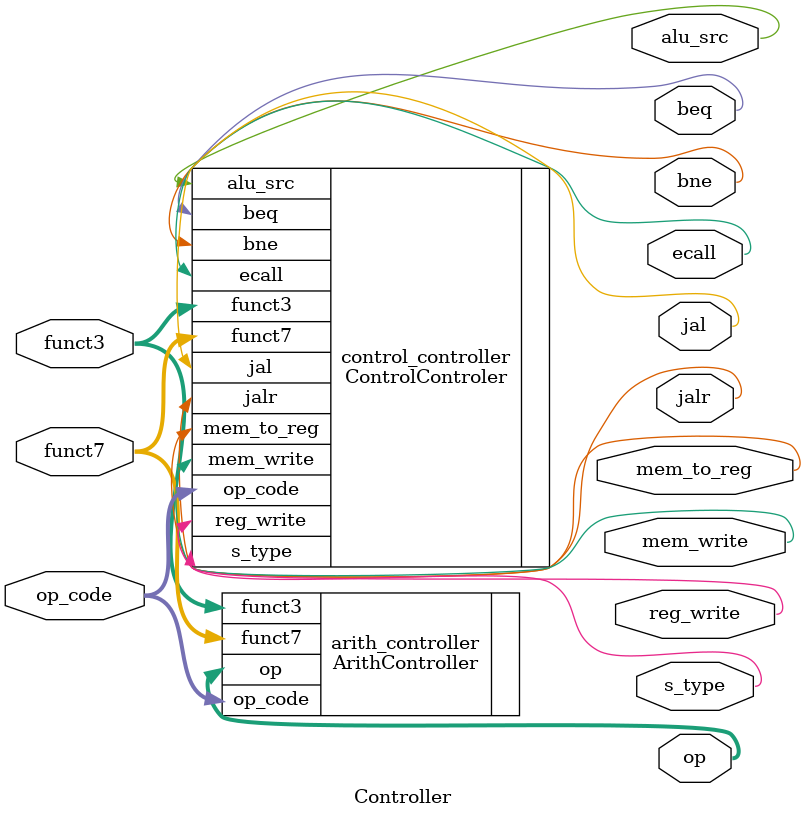
<source format=v>
module Controller (
    input [6:0] funct7,
    input [2:0] funct3,
    input [4:0] op_code,
    output [3:0] op,
    output mem_to_reg, mem_write, alu_src, reg_write, ecall, s_type, beq, bne, jal, jalr
);

    ArithController arith_controller(
        .funct7     (funct7),
        .funct3     (funct3),
        .op_code    (op_code),
        .op         (op)
    );

    ControlControler control_controller(
        .funct7         (funct7),
        .funct3         (funct3),
        .op_code        (op_code),
        .mem_to_reg     (mem_to_reg),
        .mem_write      (mem_write),
        .alu_src        (alu_src),
        .reg_write      (reg_write),
        .ecall          (ecall),
        .s_type         (s_type),
        .beq            (beq),
        .bne            (bne),
        .jal            (jal),
        .jalr           (jalr)
    );
endmodule
</source>
